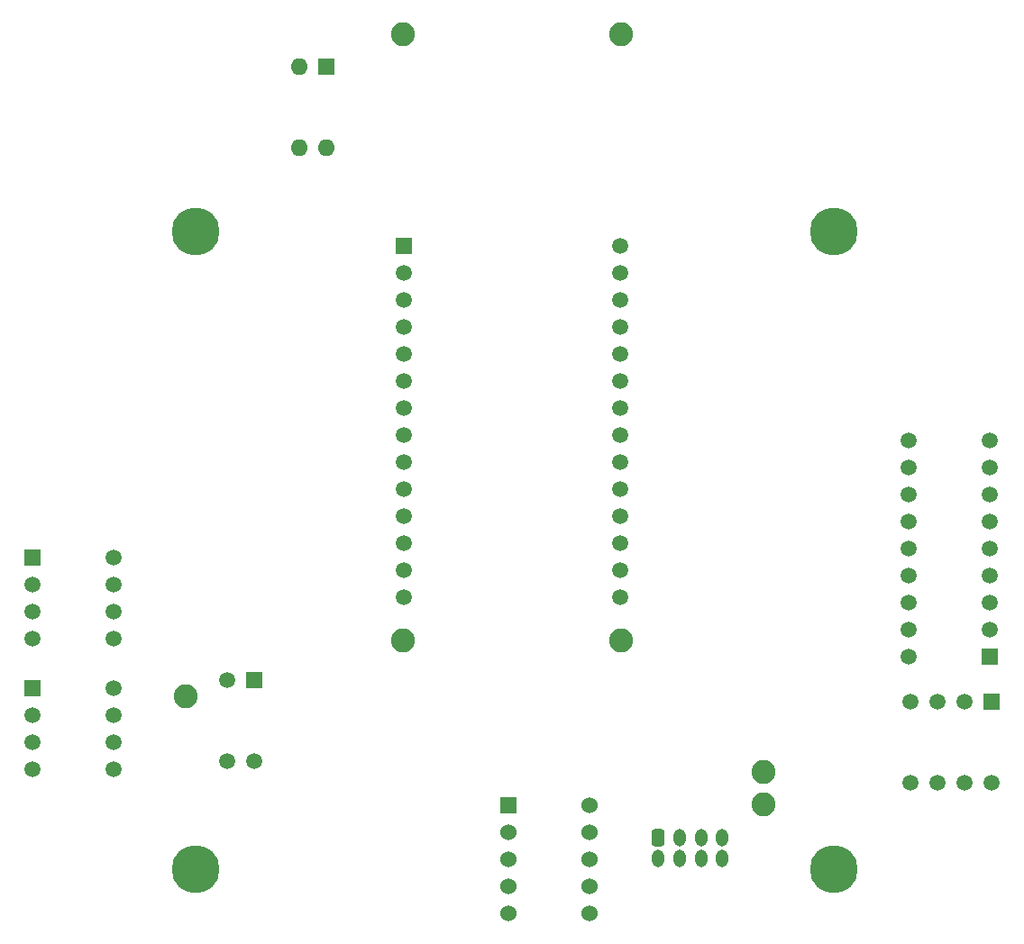
<source format=gbr>
%TF.GenerationSoftware,KiCad,Pcbnew,7.0.1-0*%
%TF.CreationDate,2023-05-25T18:19:08+09:00*%
%TF.ProjectId,MissionModule,4d697373-696f-46e4-9d6f-64756c652e6b,rev?*%
%TF.SameCoordinates,Original*%
%TF.FileFunction,Soldermask,Bot*%
%TF.FilePolarity,Negative*%
%FSLAX46Y46*%
G04 Gerber Fmt 4.6, Leading zero omitted, Abs format (unit mm)*
G04 Created by KiCad (PCBNEW 7.0.1-0) date 2023-05-25 18:19:08*
%MOMM*%
%LPD*%
G01*
G04 APERTURE LIST*
G04 Aperture macros list*
%AMRoundRect*
0 Rectangle with rounded corners*
0 $1 Rounding radius*
0 $2 $3 $4 $5 $6 $7 $8 $9 X,Y pos of 4 corners*
0 Add a 4 corners polygon primitive as box body*
4,1,4,$2,$3,$4,$5,$6,$7,$8,$9,$2,$3,0*
0 Add four circle primitives for the rounded corners*
1,1,$1+$1,$2,$3*
1,1,$1+$1,$4,$5*
1,1,$1+$1,$6,$7*
1,1,$1+$1,$8,$9*
0 Add four rect primitives between the rounded corners*
20,1,$1+$1,$2,$3,$4,$5,0*
20,1,$1+$1,$4,$5,$6,$7,0*
20,1,$1+$1,$6,$7,$8,$9,0*
20,1,$1+$1,$8,$9,$2,$3,0*%
G04 Aperture macros list end*
%ADD10C,4.500000*%
%ADD11C,2.250000*%
%ADD12R,1.500000X1.500000*%
%ADD13C,1.500000*%
%ADD14R,1.530000X1.530000*%
%ADD15C,1.530000*%
%ADD16R,1.600000X1.600000*%
%ADD17O,1.600000X1.600000*%
%ADD18R,1.508000X1.508000*%
%ADD19C,1.508000*%
%ADD20RoundRect,0.250000X-0.350000X-0.560000X0.350000X-0.560000X0.350000X0.560000X-0.350000X0.560000X0*%
%ADD21O,1.200000X1.650000*%
G04 APERTURE END LIST*
D10*
%TO.C,REF\u002A\u002A*%
X178500000Y-75000000D03*
%TD*%
D11*
%TO.C,TP1*%
X171868000Y-128875432D03*
%TD*%
%TO.C,TP3*%
X117600000Y-118699432D03*
%TD*%
D12*
%TO.C,U8*%
X103200000Y-105700000D03*
D13*
X103200000Y-108240000D03*
X103200000Y-110780000D03*
X103200000Y-113320000D03*
X110820000Y-113320000D03*
X110820000Y-110780000D03*
X110820000Y-108240000D03*
X110820000Y-105700000D03*
%TD*%
D11*
%TO.C,TP2*%
X171868000Y-125799432D03*
%TD*%
D12*
%TO.C,U5*%
X124025000Y-117200000D03*
D13*
X121485000Y-117200000D03*
X121485000Y-124820000D03*
X124025000Y-124820000D03*
%TD*%
D14*
%TO.C,U4*%
X147880000Y-128972500D03*
D15*
X147880000Y-131512500D03*
X147880000Y-134052500D03*
X147880000Y-136592500D03*
X147880000Y-139132500D03*
X155500000Y-139132500D03*
X155500000Y-136592500D03*
X155500000Y-134052500D03*
X155500000Y-131512500D03*
X155500000Y-128972500D03*
%TD*%
D10*
%TO.C,REF\u002A\u002A*%
X118500000Y-135000000D03*
%TD*%
D12*
%TO.C,U1*%
X193300000Y-119200000D03*
D13*
X190760000Y-119200000D03*
X188220000Y-119200000D03*
X185680000Y-119200000D03*
X185680000Y-126820000D03*
X188220000Y-126820000D03*
X190760000Y-126820000D03*
X193300000Y-126820000D03*
%TD*%
D16*
%TO.C,SW1*%
X130850000Y-59574432D03*
D17*
X128310000Y-59574432D03*
X128310000Y-67194432D03*
X130850000Y-67194432D03*
%TD*%
D11*
%TO.C,U6*%
X158512500Y-56475000D03*
X138012500Y-56475000D03*
X158512500Y-113475000D03*
X138012500Y-113475000D03*
D18*
X138102500Y-76359800D03*
D19*
X138102500Y-78899800D03*
X138102500Y-81439800D03*
X138102500Y-83979800D03*
X138102500Y-86519800D03*
X138102500Y-89059800D03*
X138102500Y-91599800D03*
X138102500Y-94139800D03*
X138102500Y-96679800D03*
X138102500Y-99219800D03*
X138102500Y-101759800D03*
X138102500Y-104299800D03*
X138102500Y-106839800D03*
X138102500Y-109379800D03*
X158422500Y-109379800D03*
X158422500Y-106839800D03*
X158422500Y-104299800D03*
X158422500Y-101759800D03*
X158422500Y-99219800D03*
X158422500Y-96679800D03*
X158422500Y-94139800D03*
X158422500Y-91599800D03*
X158422500Y-89059800D03*
X158422500Y-86519800D03*
X158422500Y-83979800D03*
X158422500Y-81439800D03*
X158422500Y-78899800D03*
X158422500Y-76359800D03*
%TD*%
D10*
%TO.C,REF\u002A\u002A*%
X178500000Y-135000000D03*
%TD*%
D12*
%TO.C,U7*%
X103200000Y-117950000D03*
D13*
X103200000Y-120490000D03*
X103200000Y-123030000D03*
X103200000Y-125570000D03*
X110820000Y-125570000D03*
X110820000Y-123030000D03*
X110820000Y-120490000D03*
X110820000Y-117950000D03*
%TD*%
D10*
%TO.C,REF\u002A\u002A*%
X118500000Y-75000000D03*
%TD*%
D12*
%TO.C,U2*%
X193120000Y-115040000D03*
D13*
X193120000Y-112500000D03*
X193120000Y-109960000D03*
X193120000Y-107420000D03*
X193120000Y-104880000D03*
X193120000Y-102340000D03*
X193120000Y-99800000D03*
X193120000Y-97260000D03*
X193120000Y-94720000D03*
X185500000Y-94720000D03*
X185500000Y-97260000D03*
X185500000Y-99800000D03*
X185500000Y-102340000D03*
X185500000Y-104880000D03*
X185500000Y-107420000D03*
X185500000Y-109960000D03*
X185500000Y-112500000D03*
X185500000Y-115040000D03*
%TD*%
D20*
%TO.C,J1*%
X162000000Y-132000000D03*
D21*
X162000000Y-134000000D03*
X164000000Y-132000000D03*
X164000000Y-134000000D03*
X166000000Y-132000000D03*
X166000000Y-134000000D03*
X168000000Y-132000000D03*
X168000000Y-134000000D03*
%TD*%
M02*

</source>
